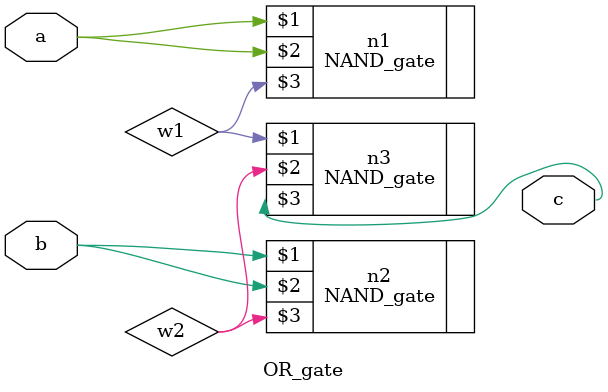
<source format=v>
`include "NAND.v"
module OR_gate(a, b, c);
input a, b;
output c;

wire w1, w2;

NAND_gate n1(a, a, w1);
NAND_gate n2(b, b, w2);
NAND_gate n3(w1, w2, c);

endmodule
</source>
